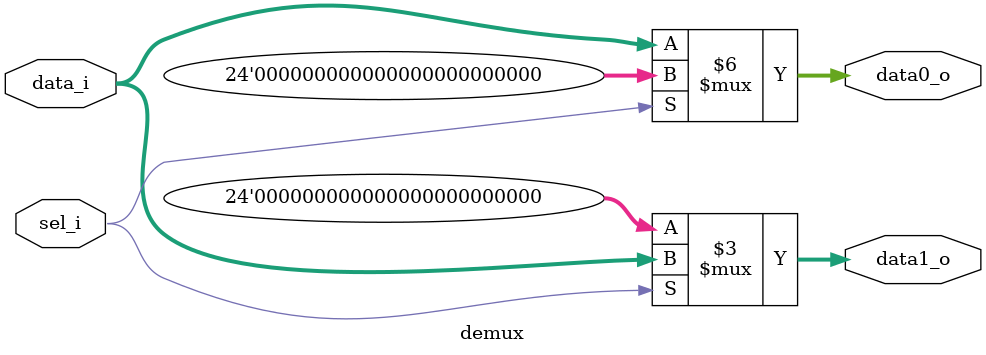
<source format=sv>
module demux #(
  parameter WIDTH = 24
)
(
  input logic [WIDTH-1:0] data_i,
  input logic sel_i,
  output logic [WIDTH-1:0] data0_o, data1_o
);

always_comb begin
  if (sel_i) begin
    data0_o = 0;
    data1_o = data_i;
  end else begin 
    data1_o = 0;
    data0_o = data_i;
  end
end

endmodule: demux

</source>
